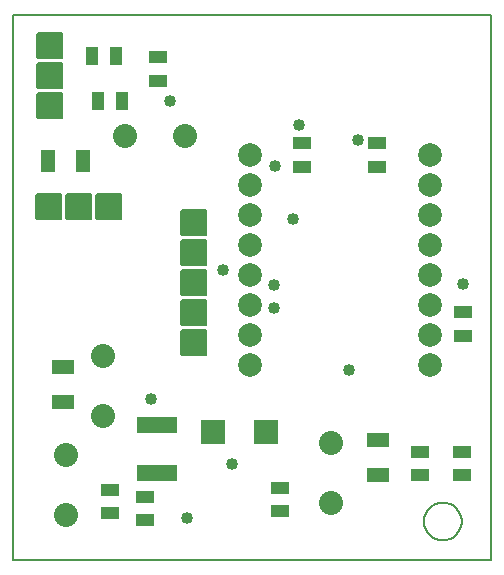
<source format=gbr>
G04 PROTEUS GERBER X2 FILE*
%TF.GenerationSoftware,Labcenter,Proteus,8.17-SP2-Build37159*%
%TF.CreationDate,2024-05-15T17:06:41+00:00*%
%TF.FileFunction,Soldermask,Top*%
%TF.FilePolarity,Negative*%
%TF.Part,Single*%
%TF.SameCoordinates,{8e856c1c-122a-437a-bfc2-24db689c5e76}*%
%FSLAX45Y45*%
%MOMM*%
G01*
%TA.AperFunction,Material*%
%ADD35C,1.016000*%
%TA.AperFunction,Material*%
%ADD36C,2.010000*%
%TA.AperFunction,Material*%
%ADD37C,2.032000*%
%AMPPAD032*
4,1,4,
-0.901700,-0.571500,
-0.901700,0.571500,
0.901700,0.571500,
0.901700,-0.571500,
-0.901700,-0.571500,
0*%
%ADD38PPAD032*%
%AMPPAD033*
4,1,36,
-1.016000,1.143000,
1.016000,1.143000,
1.041590,1.140420,
1.065430,1.133020,
1.087000,1.121310,
1.105800,1.105800,
1.121310,1.087000,
1.133020,1.065430,
1.140420,1.041590,
1.143000,1.016000,
1.143000,-1.016000,
1.140420,-1.041590,
1.133020,-1.065430,
1.121310,-1.087000,
1.105800,-1.105800,
1.087000,-1.121310,
1.065430,-1.133020,
1.041590,-1.140420,
1.016000,-1.143000,
-1.016000,-1.143000,
-1.041590,-1.140420,
-1.065430,-1.133020,
-1.087000,-1.121310,
-1.105800,-1.105800,
-1.121310,-1.087000,
-1.133020,-1.065430,
-1.140420,-1.041590,
-1.143000,-1.016000,
-1.143000,1.016000,
-1.140420,1.041590,
-1.133020,1.065430,
-1.121310,1.087000,
-1.105800,1.105800,
-1.087000,1.121310,
-1.065430,1.133020,
-1.041590,1.140420,
-1.016000,1.143000,
0*%
%TA.AperFunction,Material*%
%ADD39PPAD033*%
%AMPPAD034*
4,1,4,
-0.571500,0.901700,
0.571500,0.901700,
0.571500,-0.901700,
-0.571500,-0.901700,
-0.571500,0.901700,
0*%
%TA.AperFunction,Material*%
%ADD40PPAD034*%
%AMPPAD035*
4,1,4,
0.723900,0.469900,
0.723900,-0.469900,
-0.723900,-0.469900,
-0.723900,0.469900,
0.723900,0.469900,
0*%
%ADD41PPAD035*%
%AMPPAD036*
4,1,4,
-1.054100,-1.054100,
-1.054100,1.054100,
1.054100,1.054100,
1.054100,-1.054100,
-1.054100,-1.054100,
0*%
%ADD42PPAD036*%
%AMPPAD037*
4,1,4,
-1.701800,-0.698500,
-1.701800,0.698500,
1.701800,0.698500,
1.701800,-0.698500,
-1.701800,-0.698500,
0*%
%ADD43PPAD037*%
%AMPPAD038*
4,1,4,
-0.469900,0.723900,
0.469900,0.723900,
0.469900,-0.723900,
-0.469900,-0.723900,
-0.469900,0.723900,
0*%
%ADD44PPAD038*%
%TA.AperFunction,Profile*%
%ADD21C,0.150000*%
%TD.AperFunction*%
D35*
X-152400Y-1447800D03*
X-676677Y+1629511D03*
X+914400Y+1295400D03*
X+1802868Y+79811D03*
X+204496Y-120455D03*
X+835116Y-647918D03*
X-837403Y-890804D03*
X-533400Y-1905000D03*
X-229533Y+200000D03*
X+416237Y+1426925D03*
X+210000Y+1080000D03*
X+362985Y+627984D03*
X+200000Y+70000D03*
D36*
X+0Y+1169000D03*
X+0Y+915000D03*
X+0Y+661000D03*
X+0Y+407000D03*
X+0Y-101000D03*
X+0Y+153000D03*
X+1524000Y-609000D03*
X+0Y-609000D03*
X+1524000Y-355000D03*
X+1524000Y-101000D03*
X+1524000Y+153000D03*
X+1524000Y+407000D03*
X+1524000Y+661000D03*
X+1524000Y+915000D03*
X+1524000Y+1169000D03*
X+0Y-355000D03*
D37*
X-1244000Y-1037000D03*
X-1244000Y-529000D03*
X+680000Y-1778000D03*
X+680000Y-1270000D03*
D38*
X-1590000Y-920000D03*
X-1590000Y-620000D03*
X+1080000Y-1240000D03*
X+1080000Y-1540000D03*
D39*
X-1708000Y+730000D03*
X-1454000Y+730000D03*
X-1200000Y+730000D03*
D37*
X-1057000Y+1332000D03*
X-549000Y+1332000D03*
D40*
X-1715000Y+1122000D03*
X-1415000Y+1122000D03*
D37*
X-1560000Y-1370000D03*
X-1560000Y-1878000D03*
D41*
X+1791000Y-1339000D03*
X+1791000Y-1539000D03*
X-1187000Y-1861000D03*
X-1187000Y-1661000D03*
X+1436000Y-1339000D03*
X+1436000Y-1539000D03*
X+254000Y-1843000D03*
X+254000Y-1643000D03*
D42*
X+130000Y-1170000D03*
X-320000Y-1170000D03*
D43*
X-786000Y-1520000D03*
X-786000Y-1110000D03*
D41*
X+440000Y+1270000D03*
X+440000Y+1070000D03*
X+1070000Y+1271000D03*
X+1070000Y+1071000D03*
X+1800000Y-160000D03*
X+1800000Y-360000D03*
D44*
X-1290000Y+1630000D03*
X-1090000Y+1630000D03*
D41*
X-780000Y+1800000D03*
X-780000Y+2000000D03*
D44*
X-1140000Y+2010000D03*
X-1340000Y+2010000D03*
D39*
X-1700000Y+1590000D03*
X-1700000Y+1844000D03*
X-1700000Y+2098000D03*
X-480000Y-422000D03*
X-480000Y-168000D03*
X-480000Y+86000D03*
X-480000Y+340000D03*
X-480000Y+594000D03*
D41*
X-890000Y-1920000D03*
X-890000Y-1720000D03*
D21*
X-2010000Y-2260000D02*
X+2040000Y-2260000D01*
X+2040000Y+2360000D01*
X-2010000Y+2360000D01*
X-2010000Y-2260000D01*
X+1790312Y-1930000D02*
X+1789777Y-1916917D01*
X+1785433Y-1890749D01*
X+1776357Y-1864581D01*
X+1761574Y-1838413D01*
X+1738960Y-1812409D01*
X+1712792Y-1792721D01*
X+1686624Y-1780021D01*
X+1660456Y-1772608D01*
X+1634288Y-1769745D01*
X+1630000Y-1769688D01*
X+1469688Y-1930000D02*
X+1470223Y-1916917D01*
X+1474567Y-1890749D01*
X+1483643Y-1864581D01*
X+1498426Y-1838413D01*
X+1521040Y-1812409D01*
X+1547208Y-1792721D01*
X+1573376Y-1780021D01*
X+1599544Y-1772608D01*
X+1625712Y-1769745D01*
X+1630000Y-1769688D01*
X+1469688Y-1930000D02*
X+1470223Y-1943083D01*
X+1474567Y-1969251D01*
X+1483643Y-1995419D01*
X+1498426Y-2021587D01*
X+1521040Y-2047591D01*
X+1547208Y-2067279D01*
X+1573376Y-2079979D01*
X+1599544Y-2087392D01*
X+1625712Y-2090255D01*
X+1630000Y-2090312D01*
X+1790312Y-1930000D02*
X+1789777Y-1943083D01*
X+1785433Y-1969251D01*
X+1776357Y-1995419D01*
X+1761574Y-2021587D01*
X+1738960Y-2047591D01*
X+1712792Y-2067279D01*
X+1686624Y-2079979D01*
X+1660456Y-2087392D01*
X+1634288Y-2090255D01*
X+1630000Y-2090312D01*
M02*

</source>
